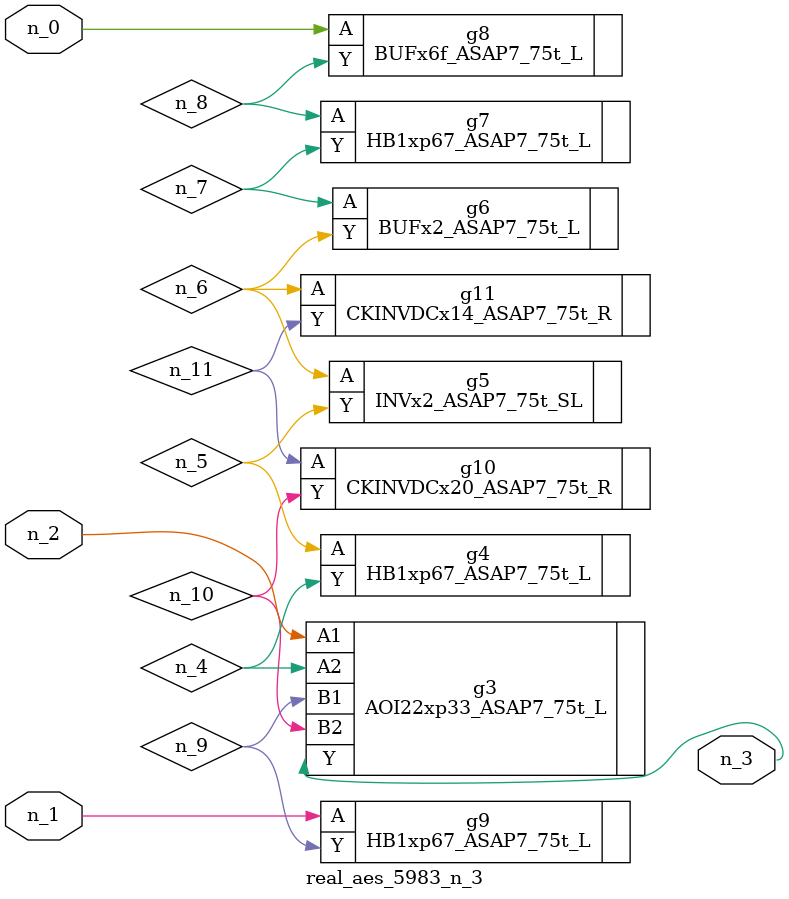
<source format=v>
module real_aes_5983_n_3 (n_0, n_2, n_1, n_3);
input n_0;
input n_2;
input n_1;
output n_3;
wire n_4;
wire n_5;
wire n_7;
wire n_9;
wire n_6;
wire n_8;
wire n_10;
wire n_11;
BUFx6f_ASAP7_75t_L g8 ( .A(n_0), .Y(n_8) );
HB1xp67_ASAP7_75t_L g9 ( .A(n_1), .Y(n_9) );
AOI22xp33_ASAP7_75t_L g3 ( .A1(n_2), .A2(n_4), .B1(n_9), .B2(n_10), .Y(n_3) );
HB1xp67_ASAP7_75t_L g4 ( .A(n_5), .Y(n_4) );
INVx2_ASAP7_75t_SL g5 ( .A(n_6), .Y(n_5) );
CKINVDCx14_ASAP7_75t_R g11 ( .A(n_6), .Y(n_11) );
BUFx2_ASAP7_75t_L g6 ( .A(n_7), .Y(n_6) );
HB1xp67_ASAP7_75t_L g7 ( .A(n_8), .Y(n_7) );
CKINVDCx20_ASAP7_75t_R g10 ( .A(n_11), .Y(n_10) );
endmodule
</source>
